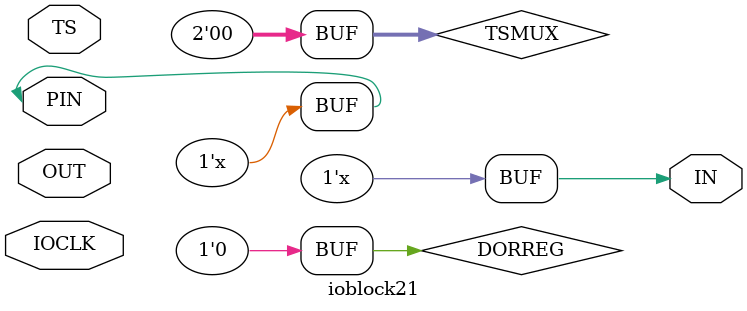
<source format=v>
module ioblock21(
	       inout  PIN,
	       input  TS,
	       input  OUT,
	       output IN,
	       input IOCLK
	       );
   
   reg 		     D;
   reg [2-1:0] 	     TSMUX;
   reg 		     DORREG;

   assign PIN = ( TSMUX == 2'b00 ) ? 1'bz : (( TSMUX == 2'b01 && TS == 1'b1 ) ? OUT : (( TSMUX == 2'b01 && TS == 1'b0 ) ? 1'bz : OUT));
   assign IN  = ( DORREG == 1'b0 ) ? PIN  : D;
   
   initial
     begin
	D=1'b0;
	TSMUX=2'b00;
	DORREG=1'b0;
     end
   
   always @(posedge IOCLK) D=PIN;
   
endmodule       

</source>
